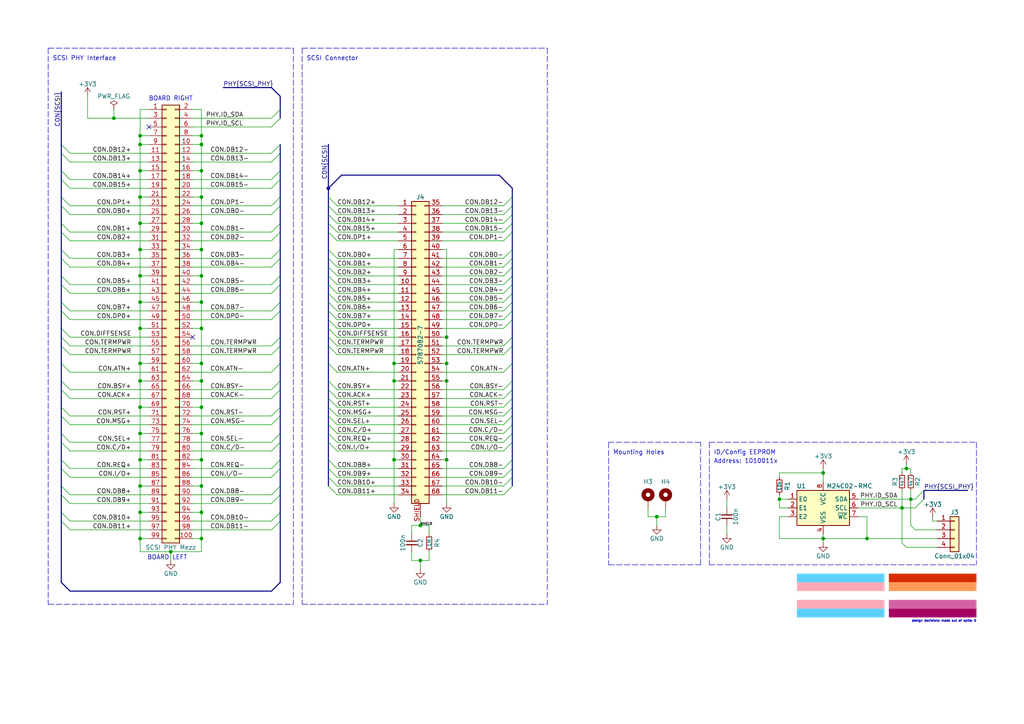
<source format=kicad_sch>
(kicad_sch (version 20231120) (generator "eeschema") (generator_version "8.0")
  (paper "A4")
  (title_block (title "Squishy -  SCSI HVD HD 68 Connector Module") (date "2024-09-17") (rev "1") (company "Shrine Maiden Heavy Industries") (comment 1 "License:  CERN-OHL-S") (comment 2 "© 2024 Aki 'lethalbit' Van Ness, et. al.") (comment 4 "Squishy - SCSI Multitool"))
  (bus_alias "SCSI" (members "DB0+" "DB0-" "DB1+" "DB1-" "DB2+" "DB2-" "DB3+" "DB3-" "DB4+" "DB4-" "DB5+" "DB5-" "DB6+" "DB6-" "DB7+" "DB7-" "DB8+" "DB8-" "DB9+" "DB9-" "DB10+" "DB10-" "DB11+" "DB11-" "DB12+" "DB12-" "DB13+" "DB13-" "DB14+" "DB14-" "DB15+" "DB15-" "DP0+" "DP0-" "DP1+" "DP1-" "ATN+" "ATN-" "BSY+" "BSY-" "ACK+" "ACK-" "RST+" "RST-" "MSG+" "MSG-" "SEL+" "SEL-" "C/D+" "C/D-" "REQ+" "REQ-" "I/O+" "I/O-" "DIFFSENSE" "TERMPWR"))
  (bus_alias "SCSI_PHY" (members "DB[0..15]" "DP[0..1]" "ATN" "BSY" "ACK" "RST" "MSG" "SEL" "C/D" "REQ" "I/O" "ID_SDA" "ID_SCL" "~{PHY_PRSNT}" "TERMPW_EN" "LS_CTRL[0..5]" "DBL_DIR" "DBH_DIR" "INIT_DIR" "TRGT_DIR" "SEL_DIR" "RST_DIR" "BSY_DIR"))
  (junction (at 40.64 87.63))
  (junction (at 40.64 41.91))
  (junction (at 226.06 144.78))
  (junction (at 40.64 133.35))
  (junction (at 58.42 80.01))
  (junction (at 238.76 137.16))
  (junction (at 58.42 64.77))
  (junction (at 121.92 152.4))
  (junction (at 114.3 105.41))
  (junction (at 58.42 118.11))
  (junction (at 40.64 110.49))
  (junction (at 40.64 148.59))
  (junction (at 58.42 41.91))
  (junction (at 58.42 133.35))
  (junction (at 40.64 95.25))
  (junction (at 190.5 149.86))
  (junction (at 261.62 147.32))
  (junction (at 58.42 125.73))
  (junction (at 40.64 64.77))
  (junction (at 58.42 87.63))
  (junction (at 40.64 39.37))
  (junction (at 95.25 54.61))
  (junction (at 40.64 156.21))
  (junction (at 114.3 133.35))
  (junction (at 121.92 162.56))
  (junction (at 58.42 140.97))
  (junction (at 58.42 49.53))
  (junction (at 262.89 135.89))
  (junction (at 58.42 72.39))
  (junction (at 264.16 144.78))
  (junction (at 40.64 140.97))
  (junction (at 40.64 72.39))
  (junction (at 129.54 105.41))
  (junction (at 58.42 39.37))
  (junction (at 58.42 110.49))
  (junction (at 40.64 118.11))
  (junction (at 129.54 133.35))
  (junction (at 40.64 57.15))
  (junction (at 251.46 156.21))
  (junction (at 129.54 97.79))
  (junction (at 58.42 105.41))
  (junction (at 238.76 156.21))
  (junction (at 114.3 110.49))
  (junction (at 58.42 57.15))
  (junction (at 58.42 148.59))
  (junction (at 49.53 160.02))
  (junction (at 40.64 80.01))
  (junction (at 129.54 110.49))
  (junction (at 40.64 125.73))
  (junction (at 58.42 156.21))
  (junction (at 33.02 34.29))
  (junction (at 58.42 95.25))
  (junction (at 40.64 49.53))
  (junction (at 40.64 105.41))
  (no_connect (at 55.88 97.79))
  (no_connect (at 43.18 36.83))
  (bus_entry (at 148.59 67.31) (size -2.54 2.54))
  (bus_entry (at 17.78 44.45) (size 2.54 2.54))
  (bus_entry (at 81.28 82.55) (size -2.54 2.54))
  (bus_entry (at 95.25 125.73) (size 2.54 2.54))
  (bus_entry (at 17.78 135.89) (size 2.54 2.54))
  (bus_entry (at 81.28 80.01) (size -2.54 2.54))
  (bus_entry (at 95.25 113.03) (size 2.54 2.54))
  (bus_entry (at 148.59 77.47) (size -2.54 2.54))
  (bus_entry (at 17.78 74.93) (size 2.54 2.54))
  (bus_entry (at 95.25 115.57) (size 2.54 2.54))
  (bus_entry (at 95.25 67.31) (size 2.54 2.54))
  (bus_entry (at 81.28 100.33) (size -2.54 2.54))
  (bus_entry (at 148.59 110.49) (size -2.54 2.54))
  (bus_entry (at 148.59 133.35) (size -2.54 2.54))
  (bus_entry (at 81.28 64.77) (size -2.54 2.54))
  (bus_entry (at 81.28 135.89) (size -2.54 2.54))
  (bus_entry (at 148.59 115.57) (size -2.54 2.54))
  (bus_entry (at 17.78 95.25) (size 2.54 2.54))
  (bus_entry (at 95.25 133.35) (size 2.54 2.54))
  (bus_entry (at 148.59 113.03) (size -2.54 2.54))
  (bus_entry (at 267.97 144.78) (size -2.54 2.54))
  (bus_entry (at 81.28 97.79) (size -2.54 2.54))
  (bus_entry (at 148.59 85.09) (size -2.54 2.54))
  (bus_entry (at 95.25 97.79) (size 2.54 2.54))
  (bus_entry (at 81.28 128.27) (size -2.54 2.54))
  (bus_entry (at 81.28 118.11) (size -2.54 2.54))
  (bus_entry (at 17.78 125.73) (size 2.54 2.54))
  (bus_entry (at 81.28 110.49) (size -2.54 2.54))
  (bus_entry (at 95.25 85.09) (size 2.54 2.54))
  (bus_entry (at 81.28 143.51) (size -2.54 2.54))
  (bus_entry (at 17.78 140.97) (size 2.54 2.54))
  (bus_entry (at 17.78 49.53) (size 2.54 2.54))
  (bus_entry (at 95.25 120.65) (size 2.54 2.54))
  (bus_entry (at 81.28 125.73) (size -2.54 2.54))
  (bus_entry (at 148.59 59.69) (size -2.54 2.54))
  (bus_entry (at 17.78 118.11) (size 2.54 2.54))
  (bus_entry (at 17.78 64.77) (size 2.54 2.54))
  (bus_entry (at 95.25 87.63) (size 2.54 2.54))
  (bus_entry (at 148.59 87.63) (size -2.54 2.54))
  (bus_entry (at 81.28 52.07) (size -2.54 2.54))
  (bus_entry (at 95.25 57.15) (size 2.54 2.54))
  (bus_entry (at 81.28 74.93) (size -2.54 2.54))
  (bus_entry (at 148.59 82.55) (size -2.54 2.54))
  (bus_entry (at 81.28 90.17) (size -2.54 2.54))
  (bus_entry (at 17.78 87.63) (size 2.54 2.54))
  (bus_entry (at 81.28 87.63) (size -2.54 2.54))
  (bus_entry (at 17.78 82.55) (size 2.54 2.54))
  (bus_entry (at 148.59 118.11) (size -2.54 2.54))
  (bus_entry (at 17.78 148.59) (size 2.54 2.54))
  (bus_entry (at 17.78 57.15) (size 2.54 2.54))
  (bus_entry (at 95.25 72.39) (size 2.54 2.54))
  (bus_entry (at 17.78 59.69) (size 2.54 2.54))
  (bus_entry (at 95.25 59.69) (size 2.54 2.54))
  (bus_entry (at 81.28 44.45) (size -2.54 2.54))
  (bus_entry (at 148.59 125.73) (size -2.54 2.54))
  (bus_entry (at 148.59 100.33) (size -2.54 2.54))
  (bus_entry (at 267.97 142.24) (size -2.54 2.54))
  (bus_entry (at 17.78 90.17) (size 2.54 2.54))
  (bus_entry (at 95.25 123.19) (size 2.54 2.54))
  (bus_entry (at 95.25 80.01) (size 2.54 2.54))
  (bus_entry (at 81.28 59.69) (size -2.54 2.54))
  (bus_entry (at 95.25 135.89) (size 2.54 2.54))
  (bus_entry (at 95.25 110.49) (size 2.54 2.54))
  (bus_entry (at 17.78 113.03) (size 2.54 2.54))
  (bus_entry (at 95.25 64.77) (size 2.54 2.54))
  (bus_entry (at 148.59 128.27) (size -2.54 2.54))
  (bus_entry (at 148.59 64.77) (size -2.54 2.54))
  (bus_entry (at 17.78 105.41) (size 2.54 2.54))
  (bus_entry (at 81.28 113.03) (size -2.54 2.54))
  (bus_entry (at 17.78 52.07) (size 2.54 2.54))
  (bus_entry (at 17.78 110.49) (size 2.54 2.54))
  (bus_entry (at 17.78 72.39) (size 2.54 2.54))
  (bus_entry (at 95.25 105.41) (size 2.54 2.54))
  (bus_entry (at 95.25 118.11) (size 2.54 2.54))
  (bus_entry (at 148.59 105.41) (size -2.54 2.54))
  (bus_entry (at 81.28 120.65) (size -2.54 2.54))
  (bus_entry (at 148.59 74.93) (size -2.54 2.54))
  (bus_entry (at 81.28 34.29) (size -2.54 2.54))
  (bus_entry (at 81.28 57.15) (size -2.54 2.54))
  (bus_entry (at 17.78 80.01) (size 2.54 2.54))
  (bus_entry (at 17.78 41.91) (size 2.54 2.54))
  (bus_entry (at 95.25 74.93) (size 2.54 2.54))
  (bus_entry (at 81.28 41.91) (size -2.54 2.54))
  (bus_entry (at 17.78 151.13) (size 2.54 2.54))
  (bus_entry (at 95.25 138.43) (size 2.54 2.54))
  (bus_entry (at 95.25 77.47) (size 2.54 2.54))
  (bus_entry (at 148.59 80.01) (size -2.54 2.54))
  (bus_entry (at 95.25 82.55) (size 2.54 2.54))
  (bus_entry (at 81.28 31.75) (size -2.54 2.54))
  (bus_entry (at 81.28 151.13) (size -2.54 2.54))
  (bus_entry (at 81.28 72.39) (size -2.54 2.54))
  (bus_entry (at 81.28 148.59) (size -2.54 2.54))
  (bus_entry (at 17.78 97.79) (size 2.54 2.54))
  (bus_entry (at 17.78 100.33) (size 2.54 2.54))
  (bus_entry (at 81.28 49.53) (size -2.54 2.54))
  (bus_entry (at 148.59 138.43) (size -2.54 2.54))
  (bus_entry (at 148.59 57.15) (size -2.54 2.54))
  (bus_entry (at 148.59 92.71) (size -2.54 2.54))
  (bus_entry (at 95.25 92.71) (size 2.54 2.54))
  (bus_entry (at 148.59 72.39) (size -2.54 2.54))
  (bus_entry (at 148.59 120.65) (size -2.54 2.54))
  (bus_entry (at 17.78 120.65) (size 2.54 2.54))
  (bus_entry (at 148.59 123.19) (size -2.54 2.54))
  (bus_entry (at 95.25 100.33) (size 2.54 2.54))
  (bus_entry (at 95.25 95.25) (size 2.54 2.54))
  (bus_entry (at 17.78 67.31) (size 2.54 2.54))
  (bus_entry (at 17.78 128.27) (size 2.54 2.54))
  (bus_entry (at 17.78 133.35) (size 2.54 2.54))
  (bus_entry (at 95.25 128.27) (size 2.54 2.54))
  (bus_entry (at 95.25 90.17) (size 2.54 2.54))
  (bus_entry (at 81.28 105.41) (size -2.54 2.54))
  (bus_entry (at 81.28 67.31) (size -2.54 2.54))
  (bus_entry (at 148.59 97.79) (size -2.54 2.54))
  (bus_entry (at 81.28 140.97) (size -2.54 2.54))
  (bus_entry (at 148.59 135.89) (size -2.54 2.54))
  (bus_entry (at 17.78 143.51) (size 2.54 2.54))
  (bus_entry (at 148.59 140.97) (size -2.54 2.54))
  (bus_entry (at 95.25 62.23) (size 2.54 2.54))
  (bus_entry (at 148.59 62.23) (size -2.54 2.54))
  (bus_entry (at 95.25 140.97) (size 2.54 2.54))
  (bus_entry (at 148.59 90.17) (size -2.54 2.54))
  (bus_entry (at 81.28 133.35) (size -2.54 2.54))
  (bus (pts (xy 95.25 138.43) (xy 95.25 140.97)))
  (bus (pts (xy 148.59 113.03) (xy 148.59 115.57)))
  (wire (pts (xy 114.3 133.35) (xy 115.57 133.35)))
  (wire (pts (xy 97.79 97.79) (xy 115.57 97.79)))
  (wire (pts (xy 114.3 105.41) (xy 115.57 105.41)))
  (bus (pts (xy 95.25 41.91) (xy 95.25 54.61)))
  (wire (pts (xy 20.32 92.71) (xy 43.18 92.71)))
  (wire (pts (xy 20.32 67.31) (xy 43.18 67.31)))
  (wire (pts (xy 124.46 152.4) (xy 124.46 154.94)))
  (wire (pts (xy 129.54 133.35) (xy 129.54 146.05)))
  (wire (pts (xy 20.32 146.05) (xy 43.18 146.05)))
  (wire (pts (xy 55.88 156.21) (xy 58.42 156.21)))
  (wire (pts (xy 20.32 97.79) (xy 43.18 97.79)))
  (wire (pts (xy 55.88 31.75) (xy 58.42 31.75)))
  (wire (pts (xy 78.74 115.57) (xy 55.88 115.57)))
  (wire (pts (xy 78.74 102.87) (xy 55.88 102.87)))
  (bus (pts (xy 148.59 115.57) (xy 148.59 118.11)))
  (polyline (pts (xy 158.75 13.97) (xy 158.75 175.26)) (stroke (width 0) (type dash)))
  (wire (pts (xy 55.88 57.15) (xy 58.42 57.15)))
  (bus (pts (xy 81.28 120.65) (xy 81.28 125.73)))
  (wire (pts (xy 146.05 67.31) (xy 128.27 67.31)))
  (wire (pts (xy 129.54 72.39) (xy 129.54 97.79)))
  (wire (pts (xy 20.32 123.19) (xy 43.18 123.19)))
  (bus (pts (xy 95.25 125.73) (xy 95.25 128.27)))
  (wire (pts (xy 58.42 87.63) (xy 58.42 95.25)))
  (polyline (pts (xy 87.63 13.97) (xy 87.63 175.26)) (stroke (width 0) (type dash)))
  (bus (pts (xy 81.28 82.55) (xy 81.28 87.63)))
  (wire (pts (xy 78.74 74.93) (xy 55.88 74.93)))
  (bus (pts (xy 148.59 105.41) (xy 148.59 110.49)))
  (polyline (pts (xy 176.53 128.27) (xy 176.53 163.83)) (stroke (width 0) (type dash)))
  (bus (pts (xy 17.78 95.25) (xy 17.78 97.79)))
  (wire (pts (xy 226.06 143.51) (xy 226.06 144.78)))
  (wire (pts (xy 97.79 115.57) (xy 115.57 115.57)))
  (wire (pts (xy 129.54 97.79) (xy 129.54 105.41)))
  (bus (pts (xy 144.78 50.8) (xy 148.59 54.61)))
  (bus (pts (xy 148.59 123.19) (xy 148.59 125.73)))
  (bus (pts (xy 81.28 97.79) (xy 81.28 100.33)))
  (bus (pts (xy 95.25 133.35) (xy 95.25 135.89)))
  (wire (pts (xy 20.32 62.23) (xy 43.18 62.23)))
  (wire (pts (xy 146.05 62.23) (xy 128.27 62.23)))
  (wire (pts (xy 121.92 162.56) (xy 124.46 162.56)))
  (wire (pts (xy 97.79 120.65) (xy 115.57 120.65)))
  (wire (pts (xy 251.46 149.86) (xy 251.46 156.21)))
  (wire (pts (xy 264.16 142.24) (xy 264.16 144.78)))
  (wire (pts (xy 55.88 110.49) (xy 58.42 110.49)))
  (wire (pts (xy 49.53 160.02) (xy 49.53 162.56)))
  (bus (pts (xy 95.25 135.89) (xy 95.25 138.43)))
  (wire (pts (xy 55.88 41.91) (xy 58.42 41.91)))
  (wire (pts (xy 78.74 113.03) (xy 55.88 113.03)))
  (wire (pts (xy 78.74 153.67) (xy 55.88 153.67)))
  (wire (pts (xy 78.74 62.23) (xy 55.88 62.23)))
  (wire (pts (xy 97.79 135.89) (xy 115.57 135.89)))
  (bus (pts (xy 148.59 133.35) (xy 148.59 135.89)))
  (wire (pts (xy 146.05 135.89) (xy 128.27 135.89)))
  (wire (pts (xy 25.4 27.94) (xy 25.4 34.29)))
  (wire (pts (xy 43.18 57.15) (xy 40.64 57.15)))
  (wire (pts (xy 114.3 133.35) (xy 114.3 146.05)))
  (bus (pts (xy 81.28 100.33) (xy 81.28 105.41)))
  (bus (pts (xy 20.32 171.45) (xy 78.74 171.45)))
  (bus (pts (xy 148.59 128.27) (xy 148.59 133.35)))
  (bus (pts (xy 95.25 115.57) (xy 95.25 118.11)))
  (bus (pts (xy 17.78 133.35) (xy 17.78 135.89)))
  (wire (pts (xy 33.02 34.29) (xy 43.18 34.29)))
  (bus (pts (xy 81.28 118.11) (xy 81.28 120.65)))
  (wire (pts (xy 40.64 64.77) (xy 40.64 72.39)))
  (wire (pts (xy 270.51 151.13) (xy 271.78 151.13)))
  (bus (pts (xy 95.25 62.23) (xy 95.25 64.77)))
  (wire (pts (xy 270.51 149.86) (xy 270.51 151.13)))
  (wire (pts (xy 20.32 69.85) (xy 43.18 69.85)))
  (wire (pts (xy 58.42 41.91) (xy 58.42 49.53)))
  (bus (pts (xy 95.25 100.33) (xy 95.25 105.41)))
  (wire (pts (xy 78.74 67.31) (xy 55.88 67.31)))
  (bus (pts (xy 17.78 120.65) (xy 17.78 125.73)))
  (bus (pts (xy 81.28 128.27) (xy 81.28 133.35)))
  (wire (pts (xy 40.64 49.53) (xy 40.64 57.15)))
  (bus (pts (xy 81.28 64.77) (xy 81.28 67.31)))
  (bus (pts (xy 95.25 128.27) (xy 95.25 133.35)))
  (wire (pts (xy 265.43 153.67) (xy 264.16 152.4)))
  (wire (pts (xy 40.64 160.02) (xy 49.53 160.02)))
  (wire (pts (xy 20.32 77.47) (xy 43.18 77.47)))
  (wire (pts (xy 40.64 72.39) (xy 40.64 80.01)))
  (wire (pts (xy 97.79 107.95) (xy 115.57 107.95)))
  (bus (pts (xy 81.28 59.69) (xy 81.28 64.77)))
  (bus (pts (xy 81.28 49.53) (xy 81.28 52.07)))
  (wire (pts (xy 25.4 34.29) (xy 33.02 34.29)))
  (wire (pts (xy 58.42 80.01) (xy 58.42 87.63)))
  (bus (pts (xy 148.59 87.63) (xy 148.59 90.17)))
  (wire (pts (xy 43.18 95.25) (xy 40.64 95.25)))
  (bus (pts (xy 95.25 90.17) (xy 95.25 92.71)))
  (wire (pts (xy 121.92 149.86) (xy 121.92 152.4)))
  (bus (pts (xy 148.59 92.71) (xy 148.59 97.79)))
  (bus (pts (xy 17.78 105.41) (xy 17.78 110.49)))
  (bus (pts (xy 81.28 27.94) (xy 81.28 31.75)))
  (wire (pts (xy 226.06 149.86) (xy 226.06 156.21)))
  (wire (pts (xy 78.74 77.47) (xy 55.88 77.47)))
  (wire (pts (xy 78.74 85.09) (xy 55.88 85.09)))
  (wire (pts (xy 40.64 41.91) (xy 40.64 49.53)))
  (bus (pts (xy 17.78 118.11) (xy 17.78 120.65)))
  (wire (pts (xy 128.27 110.49) (xy 129.54 110.49)))
  (bus (pts (xy 148.59 57.15) (xy 148.59 59.69)))
  (wire (pts (xy 78.74 90.17) (xy 55.88 90.17)))
  (wire (pts (xy 33.02 31.75) (xy 33.02 34.29)))
  (bus (pts (xy 17.78 110.49) (xy 17.78 113.03)))
  (wire (pts (xy 262.89 135.89) (xy 264.16 135.89)))
  (wire (pts (xy 55.88 87.63) (xy 58.42 87.63)))
  (wire (pts (xy 55.88 125.73) (xy 58.42 125.73)))
  (bus (pts (xy 148.59 100.33) (xy 148.59 105.41)))
  (bus (pts (xy 95.25 92.71) (xy 95.25 95.25)))
  (bus (pts (xy 81.28 31.75) (xy 81.28 34.29)))
  (wire (pts (xy 187.96 147.32) (xy 187.96 149.86)))
  (wire (pts (xy 226.06 144.78) (xy 228.6 144.78)))
  (bus (pts (xy 95.25 72.39) (xy 95.25 74.93)))
  (wire (pts (xy 55.88 72.39) (xy 58.42 72.39)))
  (bus (pts (xy 95.25 80.01) (xy 95.25 82.55)))
  (bus (pts (xy 267.97 142.24) (xy 280.67 142.24)))
  (wire (pts (xy 262.89 134.62) (xy 262.89 135.89)))
  (wire (pts (xy 58.42 49.53) (xy 58.42 57.15)))
  (wire (pts (xy 251.46 156.21) (xy 271.78 156.21)))
  (wire (pts (xy 43.18 64.77) (xy 40.64 64.77)))
  (bus (pts (xy 17.78 135.89) (xy 17.78 140.97)))
  (wire (pts (xy 271.78 153.67) (xy 265.43 153.67)))
  (wire (pts (xy 97.79 102.87) (xy 115.57 102.87)))
  (wire (pts (xy 78.74 120.65) (xy 55.88 120.65)))
  (bus (pts (xy 148.59 125.73) (xy 148.59 128.27)))
  (wire (pts (xy 58.42 95.25) (xy 58.42 105.41)))
  (polyline (pts (xy 13.97 13.97) (xy 13.97 175.26)) (stroke (width 0) (type dash)))
  (wire (pts (xy 43.18 110.49) (xy 40.64 110.49)))
  (wire (pts (xy 78.74 128.27) (xy 55.88 128.27)))
  (bus (pts (xy 148.59 59.69) (xy 148.59 62.23)))
  (wire (pts (xy 97.79 140.97) (xy 115.57 140.97)))
  (wire (pts (xy 97.79 59.69) (xy 115.57 59.69)))
  (bus (pts (xy 148.59 97.79) (xy 148.59 100.33)))
  (bus (pts (xy 81.28 80.01) (xy 81.28 82.55)))
  (wire (pts (xy 58.42 156.21) (xy 58.42 160.02)))
  (wire (pts (xy 129.54 105.41) (xy 129.54 110.49)))
  (polyline (pts (xy 85.09 13.97) (xy 85.09 175.26)) (stroke (width 0) (type dash)))
  (bus (pts (xy 17.78 49.53) (xy 17.78 52.07)))
  (wire (pts (xy 55.88 118.11) (xy 58.42 118.11)))
  (wire (pts (xy 78.74 46.99) (xy 55.88 46.99)))
  (wire (pts (xy 40.64 110.49) (xy 40.64 118.11)))
  (wire (pts (xy 20.32 128.27) (xy 43.18 128.27)))
  (wire (pts (xy 55.88 36.83) (xy 78.74 36.83)))
  (wire (pts (xy 146.05 107.95) (xy 128.27 107.95)))
  (wire (pts (xy 20.32 113.03) (xy 43.18 113.03)))
  (bus (pts (xy 148.59 85.09) (xy 148.59 87.63)))
  (wire (pts (xy 55.88 105.41) (xy 58.42 105.41)))
  (wire (pts (xy 55.88 39.37) (xy 58.42 39.37)))
  (wire (pts (xy 40.64 133.35) (xy 40.64 140.97)))
  (wire (pts (xy 55.88 80.01) (xy 58.42 80.01)))
  (wire (pts (xy 20.32 85.09) (xy 43.18 85.09)))
  (wire (pts (xy 261.62 147.32) (xy 265.43 147.32)))
  (wire (pts (xy 119.38 162.56) (xy 121.92 162.56)))
  (wire (pts (xy 58.42 140.97) (xy 58.42 148.59)))
  (bus (pts (xy 95.25 105.41) (xy 95.25 110.49)))
  (wire (pts (xy 43.18 72.39) (xy 40.64 72.39)))
  (wire (pts (xy 97.79 62.23) (xy 115.57 62.23)))
  (wire (pts (xy 40.64 31.75) (xy 40.64 39.37)))
  (bus (pts (xy 95.25 87.63) (xy 95.25 90.17)))
  (bus (pts (xy 81.28 67.31) (xy 81.28 72.39)))
  (bus (pts (xy 148.59 110.49) (xy 148.59 113.03)))
  (wire (pts (xy 97.79 125.73) (xy 115.57 125.73)))
  (wire (pts (xy 97.79 85.09) (xy 115.57 85.09)))
  (polyline (pts (xy 203.2 163.83) (xy 203.2 128.27)) (stroke (width 0) (type dash)))
  (bus (pts (xy 95.25 59.69) (xy 95.25 62.23)))
  (wire (pts (xy 97.79 138.43) (xy 115.57 138.43)))
  (bus (pts (xy 95.25 118.11) (xy 95.25 120.65)))
  (wire (pts (xy 43.18 125.73) (xy 40.64 125.73)))
  (wire (pts (xy 146.05 120.65) (xy 128.27 120.65)))
  (wire (pts (xy 114.3 110.49) (xy 114.3 133.35)))
  (wire (pts (xy 146.05 59.69) (xy 128.27 59.69)))
  (bus (pts (xy 148.59 72.39) (xy 148.59 74.93)))
  (wire (pts (xy 146.05 125.73) (xy 128.27 125.73)))
  (wire (pts (xy 114.3 72.39) (xy 115.57 72.39)))
  (wire (pts (xy 55.88 133.35) (xy 58.42 133.35)))
  (bus (pts (xy 17.78 140.97) (xy 17.78 143.51)))
  (bus (pts (xy 17.78 148.59) (xy 17.78 151.13)))
  (bus (pts (xy 81.28 135.89) (xy 81.28 140.97)))
  (wire (pts (xy 20.32 120.65) (xy 43.18 120.65)))
  (wire (pts (xy 146.05 140.97) (xy 128.27 140.97)))
  (wire (pts (xy 55.88 148.59) (xy 58.42 148.59)))
  (wire (pts (xy 210.82 152.4) (xy 210.82 154.94)))
  (polyline (pts (xy 205.74 163.83) (xy 283.21 163.83)) (stroke (width 0) (type dash)))
  (polyline (pts (xy 13.97 175.26) (xy 85.09 175.26)) (stroke (width 0) (type dash)))
  (wire (pts (xy 97.79 82.55) (xy 115.57 82.55)))
  (bus (pts (xy 17.78 168.91) (xy 20.32 171.45)))
  (polyline (pts (xy 176.53 163.83) (xy 203.2 163.83)) (stroke (width 0) (type dash)))
  (polyline (pts (xy 13.97 13.97) (xy 85.09 13.97)) (stroke (width 0) (type dash)))
  (wire (pts (xy 20.32 153.67) (xy 43.18 153.67)))
  (bus (pts (xy 148.59 64.77) (xy 148.59 67.31)))
  (bus (pts (xy 17.78 64.77) (xy 17.78 67.31)))
  (wire (pts (xy 128.27 97.79) (xy 129.54 97.79)))
  (polyline (pts (xy 205.74 128.27) (xy 283.21 128.27)) (stroke (width 0) (type dash)))
  (wire (pts (xy 43.18 80.01) (xy 40.64 80.01)))
  (wire (pts (xy 20.32 135.89) (xy 43.18 135.89)))
  (bus (pts (xy 148.59 118.11) (xy 148.59 120.65)))
  (wire (pts (xy 146.05 80.01) (xy 128.27 80.01)))
  (bus (pts (xy 95.25 54.61) (xy 99.06 50.8)))
  (wire (pts (xy 226.06 156.21) (xy 238.76 156.21)))
  (wire (pts (xy 78.74 138.43) (xy 55.88 138.43)))
  (bus (pts (xy 17.78 100.33) (xy 17.78 105.41)))
  (wire (pts (xy 129.54 110.49) (xy 129.54 133.35)))
  (bus (pts (xy 17.78 72.39) (xy 17.78 74.93)))
  (bus (pts (xy 95.25 64.77) (xy 95.25 67.31)))
  (wire (pts (xy 271.78 158.75) (xy 262.89 158.75)))
  (wire (pts (xy 261.62 135.89) (xy 261.62 137.16)))
  (wire (pts (xy 20.32 100.33) (xy 43.18 100.33)))
  (wire (pts (xy 146.05 90.17) (xy 128.27 90.17)))
  (bus (pts (xy 81.28 72.39) (xy 81.28 74.93)))
  (bus (pts (xy 17.78 82.55) (xy 17.78 87.63)))
  (bus (pts (xy 17.78 44.45) (xy 17.78 49.53)))
  (bus (pts (xy 17.78 90.17) (xy 17.78 95.25)))
  (bus (pts (xy 17.78 52.07) (xy 17.78 57.15)))
  (bus (pts (xy 267.97 144.78) (xy 267.97 142.24)))
  (wire (pts (xy 146.05 69.85) (xy 128.27 69.85)))
  (wire (pts (xy 146.05 102.87) (xy 128.27 102.87)))
  (bus (pts (xy 81.28 87.63) (xy 81.28 90.17)))
  (wire (pts (xy 55.88 34.29) (xy 78.74 34.29)))
  (bus (pts (xy 17.78 97.79) (xy 17.78 100.33)))
  (wire (pts (xy 40.64 80.01) (xy 40.64 87.63)))
  (bus (pts (xy 81.28 41.91) (xy 81.28 44.45)))
  (bus (pts (xy 17.78 87.63) (xy 17.78 90.17)))
  (wire (pts (xy 97.79 92.71) (xy 115.57 92.71)))
  (bus (pts (xy 78.74 171.45) (xy 81.28 168.91)))
  (bus (pts (xy 148.59 77.47) (xy 148.59 80.01)))
  (bus (pts (xy 81.28 57.15) (xy 81.28 59.69)))
  (bus (pts (xy 17.78 113.03) (xy 17.78 118.11)))
  (wire (pts (xy 78.74 92.71) (xy 55.88 92.71)))
  (wire (pts (xy 58.42 57.15) (xy 58.42 64.77)))
  (wire (pts (xy 55.88 140.97) (xy 58.42 140.97)))
  (wire (pts (xy 128.27 72.39) (xy 129.54 72.39)))
  (bus (pts (xy 95.25 110.49) (xy 95.25 113.03)))
  (bus (pts (xy 148.59 138.43) (xy 148.59 140.97)))
  (bus (pts (xy 78.74 25.4) (xy 81.28 27.94)))
  (wire (pts (xy 146.05 85.09) (xy 128.27 85.09)))
  (bus (pts (xy 95.25 85.09) (xy 95.25 87.63)))
  (wire (pts (xy 58.42 31.75) (xy 58.42 39.37)))
  (bus (pts (xy 81.28 90.17) (xy 81.28 97.79)))
  (wire (pts (xy 20.32 138.43) (xy 43.18 138.43)))
  (wire (pts (xy 146.05 138.43) (xy 128.27 138.43)))
  (wire (pts (xy 20.32 82.55) (xy 43.18 82.55)))
  (wire (pts (xy 58.42 118.11) (xy 58.42 125.73)))
  (wire (pts (xy 40.64 118.11) (xy 40.64 125.73)))
  (wire (pts (xy 114.3 110.49) (xy 115.57 110.49)))
  (wire (pts (xy 40.64 156.21) (xy 40.64 160.02)))
  (wire (pts (xy 238.76 154.94) (xy 238.76 156.21)))
  (wire (pts (xy 20.32 115.57) (xy 43.18 115.57)))
  (wire (pts (xy 55.88 95.25) (xy 58.42 95.25)))
  (wire (pts (xy 146.05 118.11) (xy 128.27 118.11)))
  (wire (pts (xy 124.46 152.4) (xy 121.92 152.4)))
  (bus (pts (xy 17.78 41.91) (xy 17.78 44.45)))
  (wire (pts (xy 264.16 144.78) (xy 264.16 152.4)))
  (bus (pts (xy 95.25 67.31) (xy 95.25 72.39)))
  (wire (pts (xy 121.92 152.4) (xy 119.38 152.4)))
  (wire (pts (xy 121.92 162.56) (xy 121.92 165.1)))
  (bus (pts (xy 95.25 123.19) (xy 95.25 125.73)))
  (wire (pts (xy 78.74 59.69) (xy 55.88 59.69)))
  (wire (pts (xy 264.16 135.89) (xy 264.16 137.16)))
  (wire (pts (xy 78.74 146.05) (xy 55.88 146.05)))
  (wire (pts (xy 78.74 130.81) (xy 55.88 130.81)))
  (bus (pts (xy 95.25 120.65) (xy 95.25 123.19)))
  (wire (pts (xy 78.74 151.13) (xy 55.88 151.13)))
  (bus (pts (xy 81.28 125.73) (xy 81.28 128.27)))
  (wire (pts (xy 40.64 148.59) (xy 40.64 156.21)))
  (wire (pts (xy 146.05 82.55) (xy 128.27 82.55)))
  (wire (pts (xy 193.04 147.32) (xy 193.04 149.86)))
  (wire (pts (xy 146.05 64.77) (xy 128.27 64.77)))
  (wire (pts (xy 58.42 148.59) (xy 58.42 156.21)))
  (wire (pts (xy 226.06 137.16) (xy 226.06 138.43)))
  (wire (pts (xy 43.18 87.63) (xy 40.64 87.63)))
  (wire (pts (xy 146.05 113.03) (xy 128.27 113.03)))
  (wire (pts (xy 238.76 135.89) (xy 238.76 137.16)))
  (wire (pts (xy 40.64 140.97) (xy 40.64 148.59)))
  (wire (pts (xy 78.74 69.85) (xy 55.88 69.85)))
  (wire (pts (xy 20.32 54.61) (xy 43.18 54.61)))
  (bus (pts (xy 81.28 110.49) (xy 81.28 113.03)))
  (wire (pts (xy 146.05 130.81) (xy 128.27 130.81)))
  (wire (pts (xy 128.27 133.35) (xy 129.54 133.35)))
  (wire (pts (xy 190.5 149.86) (xy 193.04 149.86)))
  (wire (pts (xy 58.42 39.37) (xy 58.42 41.91)))
  (wire (pts (xy 248.92 147.32) (xy 261.62 147.32)))
  (wire (pts (xy 78.74 123.19) (xy 55.88 123.19)))
  (wire (pts (xy 146.05 143.51) (xy 128.27 143.51)))
  (bus (pts (xy 81.28 151.13) (xy 81.28 168.91)))
  (wire (pts (xy 20.32 90.17) (xy 43.18 90.17)))
  (wire (pts (xy 20.32 74.93) (xy 43.18 74.93)))
  (wire (pts (xy 43.18 31.75) (xy 40.64 31.75)))
  (wire (pts (xy 146.05 128.27) (xy 128.27 128.27)))
  (wire (pts (xy 261.62 142.24) (xy 261.62 147.32)))
  (wire (pts (xy 58.42 72.39) (xy 58.42 80.01)))
  (wire (pts (xy 97.79 77.47) (xy 115.57 77.47)))
  (bus (pts (xy 148.59 67.31) (xy 148.59 72.39)))
  (wire (pts (xy 40.64 105.41) (xy 43.18 105.41)))
  (wire (pts (xy 78.74 143.51) (xy 55.88 143.51)))
  (wire (pts (xy 190.5 149.86) (xy 190.5 152.4)))
  (wire (pts (xy 40.64 125.73) (xy 40.64 133.35)))
  (wire (pts (xy 40.64 156.21) (xy 43.18 156.21)))
  (bus (pts (xy 95.25 113.03) (xy 95.25 115.57)))
  (bus (pts (xy 17.78 125.73) (xy 17.78 128.27)))
  (bus (pts (xy 81.28 44.45) (xy 81.28 49.53)))
  (wire (pts (xy 146.05 92.71) (xy 128.27 92.71)))
  (wire (pts (xy 226.06 147.32) (xy 228.6 147.32)))
  (bus (pts (xy 17.78 57.15) (xy 17.78 59.69)))
  (wire (pts (xy 43.18 118.11) (xy 40.64 118.11)))
  (wire (pts (xy 262.89 158.75) (xy 261.62 157.48)))
  (wire (pts (xy 261.62 135.89) (xy 262.89 135.89)))
  (wire (pts (xy 146.05 115.57) (xy 128.27 115.57)))
  (bus (pts (xy 81.28 133.35) (xy 81.28 135.89)))
  (wire (pts (xy 78.74 44.45) (xy 55.88 44.45)))
  (wire (pts (xy 20.32 102.87) (xy 43.18 102.87)))
  (wire (pts (xy 226.06 149.86) (xy 228.6 149.86)))
  (wire (pts (xy 78.74 100.33) (xy 55.88 100.33)))
  (wire (pts (xy 97.79 80.01) (xy 115.57 80.01)))
  (wire (pts (xy 97.79 64.77) (xy 115.57 64.77)))
  (bus (pts (xy 148.59 120.65) (xy 148.59 123.19)))
  (bus (pts (xy 17.78 26.67) (xy 17.78 41.91)))
  (wire (pts (xy 20.32 46.99) (xy 43.18 46.99)))
  (wire (pts (xy 43.18 41.91) (xy 40.64 41.91)))
  (wire (pts (xy 97.79 113.03) (xy 115.57 113.03)))
  (bus (pts (xy 17.78 67.31) (xy 17.78 72.39)))
  (wire (pts (xy 20.32 143.51) (xy 43.18 143.51)))
  (bus (pts (xy 95.25 57.15) (xy 95.25 59.69)))
  (bus (pts (xy 95.25 77.47) (xy 95.25 80.01)))
  (polyline (pts (xy 87.63 175.26) (xy 158.75 175.26)) (stroke (width 0) (type dash)))
  (wire (pts (xy 238.76 156.21) (xy 251.46 156.21)))
  (wire (pts (xy 58.42 133.35) (xy 58.42 140.97)))
  (wire (pts (xy 238.76 156.21) (xy 238.76 157.48)))
  (wire (pts (xy 40.64 148.59) (xy 43.18 148.59)))
  (bus (pts (xy 148.59 62.23) (xy 148.59 64.77)))
  (wire (pts (xy 97.79 69.85) (xy 115.57 69.85)))
  (wire (pts (xy 97.79 100.33) (xy 115.57 100.33)))
  (bus (pts (xy 17.78 74.93) (xy 17.78 80.01)))
  (polyline (pts (xy 87.63 13.97) (xy 158.75 13.97)) (stroke (width 0) (type dash)))
  (bus (pts (xy 81.28 148.59) (xy 81.28 151.13)))
  (bus (pts (xy 17.78 151.13) (xy 17.78 168.91)))
  (wire (pts (xy 226.06 137.16) (xy 238.76 137.16)))
  (bus (pts (xy 81.28 52.07) (xy 81.28 57.15)))
  (wire (pts (xy 124.46 160.02) (xy 124.46 162.56)))
  (wire (pts (xy 40.64 105.41) (xy 40.64 110.49)))
  (polyline (pts (xy 205.74 128.27) (xy 205.74 163.83)) (stroke (width 0) (type dash)))
  (wire (pts (xy 119.38 160.02) (xy 119.38 162.56)))
  (wire (pts (xy 20.32 44.45) (xy 43.18 44.45)))
  (wire (pts (xy 40.64 39.37) (xy 40.64 41.91)))
  (wire (pts (xy 58.42 110.49) (xy 58.42 118.11)))
  (wire (pts (xy 114.3 72.39) (xy 114.3 105.41)))
  (wire (pts (xy 261.62 147.32) (xy 261.62 157.48)))
  (bus (pts (xy 17.78 80.01) (xy 17.78 82.55)))
  (bus (pts (xy 148.59 82.55) (xy 148.59 85.09)))
  (bus (pts (xy 148.59 135.89) (xy 148.59 138.43)))
  (bus (pts (xy 95.25 82.55) (xy 95.25 85.09)))
  (wire (pts (xy 264.16 144.78) (xy 265.43 144.78)))
  (wire (pts (xy 128.27 105.41) (xy 129.54 105.41)))
  (wire (pts (xy 97.79 74.93) (xy 115.57 74.93)))
  (wire (pts (xy 97.79 67.31) (xy 115.57 67.31)))
  (bus (pts (xy 148.59 90.17) (xy 148.59 92.71)))
  (polyline (pts (xy 283.21 128.27) (xy 283.21 163.83)) (stroke (width 0) (type dash)))
  (wire (pts (xy 58.42 64.77) (xy 58.42 72.39)))
  (wire (pts (xy 119.38 152.4) (xy 119.38 154.94)))
  (wire (pts (xy 97.79 123.19) (xy 115.57 123.19)))
  (bus (pts (xy 95.25 54.61) (xy 95.25 57.15)))
  (wire (pts (xy 55.88 49.53) (xy 58.42 49.53)))
  (wire (pts (xy 97.79 90.17) (xy 115.57 90.17)))
  (wire (pts (xy 40.64 95.25) (xy 40.64 105.41)))
  (wire (pts (xy 248.92 144.78) (xy 264.16 144.78)))
  (wire (pts (xy 43.18 49.53) (xy 40.64 49.53)))
  (wire (pts (xy 40.64 39.37) (xy 43.18 39.37)))
  (wire (pts (xy 78.74 107.95) (xy 55.88 107.95)))
  (wire (pts (xy 187.96 149.86) (xy 190.5 149.86)))
  (bus (pts (xy 148.59 80.01) (xy 148.59 82.55)))
  (wire (pts (xy 146.05 100.33) (xy 128.27 100.33)))
  (wire (pts (xy 226.06 144.78) (xy 226.06 147.32)))
  (wire (pts (xy 78.74 54.61) (xy 55.88 54.61)))
  (wire (pts (xy 146.05 87.63) (xy 128.27 87.63)))
  (bus (pts (xy 81.28 74.93) (xy 81.28 80.01)))
  (wire (pts (xy 20.32 59.69) (xy 43.18 59.69)))
  (wire (pts (xy 146.05 123.19) (xy 128.27 123.19)))
  (bus (pts (xy 81.28 140.97) (xy 81.28 143.51)))
  (wire (pts (xy 97.79 130.81) (xy 115.57 130.81)))
  (bus (pts (xy 95.25 95.25) (xy 95.25 97.79)))
  (wire (pts (xy 97.79 87.63) (xy 115.57 87.63)))
  (bus (pts (xy 148.59 74.93) (xy 148.59 77.47)))
  (bus (pts (xy 81.28 143.51) (xy 81.28 148.59)))
  (wire (pts (xy 43.18 133.35) (xy 40.64 133.35)))
  (wire (pts (xy 97.79 95.25) (xy 115.57 95.25)))
  (wire (pts (xy 20.32 107.95) (xy 43.18 107.95)))
  (bus (pts (xy 95.25 97.79) (xy 95.25 100.33)))
  (wire (pts (xy 20.32 52.07) (xy 43.18 52.07)))
  (bus (pts (xy 99.06 50.8) (xy 144.78 50.8)))
  (wire (pts (xy 97.79 128.27) (xy 115.57 128.27)))
  (wire (pts (xy 146.05 77.47) (xy 128.27 77.47)))
  (wire (pts (xy 146.05 95.25) (xy 128.27 95.25)))
  (wire (pts (xy 20.32 151.13) (xy 43.18 151.13)))
  (bus (pts (xy 64.77 25.4) (xy 78.74 25.4)))
  (wire (pts (xy 40.64 87.63) (xy 40.64 95.25)))
  (wire (pts (xy 248.92 149.86) (xy 251.46 149.86)))
  (wire (pts (xy 78.74 82.55) (xy 55.88 82.55)))
  (wire (pts (xy 97.79 143.51) (xy 115.57 143.51)))
  (wire (pts (xy 20.32 130.81) (xy 43.18 130.81)))
  (wire (pts (xy 43.18 140.97) (xy 40.64 140.97)))
  (wire (pts (xy 114.3 105.41) (xy 114.3 110.49)))
  (bus (pts (xy 17.78 143.51) (xy 17.78 148.59)))
  (bus (pts (xy 148.59 54.61) (xy 148.59 57.15)))
  (wire (pts (xy 40.64 57.15) (xy 40.64 64.77)))
  (wire (pts (xy 210.82 147.32) (xy 210.82 144.78)))
  (wire (pts (xy 78.74 135.89) (xy 55.88 135.89)))
  (bus (pts (xy 81.28 113.03) (xy 81.28 118.11)))
  (wire (pts (xy 97.79 118.11) (xy 115.57 118.11)))
  (bus (pts (xy 95.25 74.93) (xy 95.25 77.47)))
  (wire (pts (xy 58.42 125.73) (xy 58.42 133.35)))
  (wire (pts (xy 49.53 160.02) (xy 58.42 160.02)))
  (bus (pts (xy 17.78 128.27) (xy 17.78 133.35)))
  (wire (pts (xy 55.88 64.77) (xy 58.42 64.77)))
  (wire (pts (xy 238.76 137.16) (xy 238.76 139.7)))
  (wire (pts (xy 78.74 52.07) (xy 55.88 52.07)))
  (polyline (pts (xy 203.2 128.27) (xy 176.53 128.27)) (stroke (width 0) (type dash)))
  (bus (pts (xy 81.28 105.41) (xy 81.28 110.49)))
  (wire (pts (xy 58.42 105.41) (xy 58.42 110.49)))
  (bus (pts (xy 17.78 59.69) (xy 17.78 64.77)))
  (wire (pts (xy 146.05 74.93) (xy 128.27 74.93)))
  (text "Address: 1010011x" (at 207.01 133.858 0) (effects (font (size 1.27 1.27)) (justify left)))
  (text "Mounting Holes\n" (at 177.8 132.08 0) (effects (font (size 1.27 1.27)) (justify left bottom)))
  (text "BOARD RIGHT" (at 49.53 28.702 0) (effects (font (size 1.27 1.27))))
  (text "BOARD LEFT" (at 48.514 161.798 0) (effects (font (size 1.27 1.27))))
  (text "ID/Config EEPROM" (at 207.01 132.08 0) (effects (font (size 1.27 1.27)) (justify left bottom)))
  (text "SCSI PHY Interface" (at 15.24 17.78 0) (effects (font (size 1.27 1.27)) (justify left bottom)))
  (text "design decisions made out of spite: 0" (at 264.414 180.594 0) (effects (font (size 0.635 0.635)) (justify left bottom)))
  (text "SCSI Connector" (at 88.9 17.78 0) (effects (font (size 1.27 1.27)) (justify left bottom)))
  (label "CON.DP1-" (at 60.96 59.69 0))
  (label "CON.DB9-" (at 60.96 146.05 0))
  (label "CON.TERMPWR" (at 97.79 102.87 0))
  (label "CON.DB0-" (at 146.05 74.93 180))
  (label "CON.DB13-" (at 60.96 46.99 0))
  (label "CON.DB0+" (at 38.1 62.23 180))
  (label "CON.REQ-" (at 146.05 128.27 180))
  (label "CON.TERMPWR" (at 97.79 100.33 0))
  (label "CON.DB11-" (at 60.96 153.67 0))
  (label "CON.DIFFSENSE" (at 38.1 97.79 180))
  (label "CON.DB15+" (at 38.1 54.61 180))
  (label "CON.DB6+" (at 97.79 90.17 0))
  (label "CON.ATN-" (at 146.05 107.95 180))
  (label "CON.BSY+" (at 97.79 113.03 0))
  (label "CON.DB11+" (at 38.1 153.67 180))
  (label "CON.SEL-" (at 60.96 128.27 0))
  (label "CON.DB10-" (at 60.96 151.13 0))
  (label "CON.DB2-" (at 146.05 80.01 180))
  (label "CON.I{slash}O-" (at 60.96 138.43 0))
  (label "CON.DB14-" (at 146.05 64.77 180))
  (label "CON.DP0-" (at 146.05 95.25 180))
  (label "CON.DB3-" (at 60.96 74.93 0))
  (label "CON.REQ+" (at 38.1 135.89 180))
  (label "CON.ATN+" (at 38.1 107.95 180))
  (label "CON.DIFFSENSE" (at 97.79 97.79 0))
  (label "CON.DB13+" (at 97.79 62.23 0))
  (label "PHY{SCSI_PHY}" (at 64.77 25.4 0))
  (label "CON.BSY-" (at 60.96 113.03 0))
  (label "CON.BSY+" (at 38.1 113.03 180))
  (label "CON.DB12+" (at 97.79 59.69 0))
  (label "CON.DB2+" (at 97.79 80.01 0))
  (label "CON.DP0+" (at 97.79 95.25 0))
  (label "CON.ACK-" (at 60.96 115.57 0))
  (label "CON.DB14-" (at 60.96 52.07 0))
  (label "CON.DB4-" (at 60.96 77.47 0))
  (label "CON.REQ-" (at 60.96 135.89 0))
  (label "CON.DB10+" (at 38.1 151.13 180))
  (label "CON.ATN-" (at 60.96 107.95 0))
  (label "CON.DB4+" (at 97.79 85.09 0))
  (label "CON.DB3+" (at 97.79 82.55 0))
  (label "CON.DB5+" (at 97.79 87.63 0))
  (label "CON.DB4-" (at 146.05 85.09 180))
  (label "CON.TERMPWR" (at 146.05 102.87 180))
  (label "PHY{SCSI_PHY}" (at 267.97 142.24 0))
  (label "CON.TERMPWR" (at 146.05 100.33 180))
  (label "CON.DB2-" (at 60.96 69.85 0))
  (label "CON.DP0-" (at 60.96 92.71 0))
  (label "CON.MSG-" (at 60.96 123.19 0))
  (label "CON.DB15+" (at 97.79 67.31 0))
  (label "CON.DB12+" (at 38.1 44.45 180))
  (label "CON.DB5+" (at 38.1 82.55 180))
  (label "CON.ATN+" (at 97.79 107.95 0))
  (label "CON.DB15-" (at 60.96 54.61 0))
  (label "CON.DB8-" (at 60.96 143.51 0))
  (label "PHY.ID_SDA" (at 59.69 34.29 0))
  (label "CON.C{slash}D-" (at 146.05 125.73 180))
  (label "CON.RST+" (at 97.79 118.11 0))
  (label "SHIELD" (at 121.92 152.4 0) (effects (font (size 0.635 0.635))))
  (label "CON.DB13+" (at 38.1 46.99 180))
  (label "CON.DB8+" (at 97.79 135.89 0))
  (label "CON.RST-" (at 60.96 120.65 0))
  (label "CON.RST-" (at 146.05 118.11 180))
  (label "CON.DB8-" (at 146.05 135.89 180))
  (label "CON.MSG+" (at 97.79 120.65 0))
  (label "CON.DP1+" (at 97.79 69.85 0))
  (label "CON.DB3+" (at 38.1 74.93 180))
  (label "CON.DB4+" (at 38.1 77.47 180))
  (label "CON.MSG+" (at 38.1 123.19 180))
  (label "CON.DB12-" (at 146.05 59.69 180))
  (label "CON.DB12-" (at 60.96 44.45 0))
  (label "CON.DP1+" (at 38.1 59.69 180))
  (label "CON.ACK+" (at 38.1 115.57 180))
  (label "CON.DB8+" (at 38.1 143.51 180))
  (label "CON.DB13-" (at 146.05 62.23 180))
  (label "CON.DB5-" (at 146.05 87.63 180))
  (label "CON.DB14+" (at 97.79 64.77 0))
  (label "CON.SEL+" (at 97.79 123.19 0))
  (label "CON.C{slash}D+" (at 38.1 130.81 180))
  (label "CON.REQ+" (at 97.79 128.27 0))
  (label "CON.TERMPWR" (at 38.1 100.33 180))
  (label "CON.C{slash}D-" (at 60.96 130.81 0))
  (label "CON.DB6-" (at 60.96 85.09 0))
  (label "CON.ACK-" (at 146.05 115.57 180))
  (label "CON.DB1-" (at 146.05 77.47 180))
  (label "PHY.ID_SCL" (at 59.69 36.83 0))
  (label "CON.DB7-" (at 146.05 92.71 180))
  (label "CON.BSY-" (at 146.05 113.03 180))
  (label "CON.ACK+" (at 97.79 115.57 0))
  (label "CON.MSG-" (at 146.05 120.65 180))
  (label "CON.DB5-" (at 60.96 82.55 0))
  (label "CON.DB11+" (at 97.79 143.51 0))
  (label "CON.DP0+" (at 38.1 92.71 180))
  (label "CON.DB11-" (at 146.05 143.51 180))
  (label "CON{SCSI}" (at 17.78 26.67 270))
  (label "CON.DB0-" (at 60.96 62.23 0))
  (label "CON.DP1-" (at 146.05 69.85 180))
  (label "CON.TERMPWR" (at 60.96 102.87 0))
  (label "CON.DB15-" (at 146.05 67.31 180))
  (label "CON.DB14+" (at 38.1 52.07 180))
  (label "CON.DB3-" (at 146.05 82.55 180))
  (label "CON.I{slash}O+" (at 38.1 138.43 180))
  (label "CON.DB7+" (at 38.1 90.17 180))
  (label "CON.DB7+" (at 97.79 92.71 0))
  (label "CON.DB2+" (at 38.1 69.85 180))
  (label "CON.DB10-" (at 146.05 140.97 180))
  (label "CON.SEL-" (at 146.05 123.19 180))
  (label "CON.I{slash}O+" (at 97.79 130.81 0))
  (label "CON.I{slash}O-" (at 146.05 130.81 180))
  (label "CON.DB1-" (at 60.96 67.31 0))
  (label "CON.TERMPWR" (at 38.1 102.87 180))
  (label "CON.RST+" (at 38.1 120.65 180))
  (label "CON.C{slash}D+" (at 97.79 125.73 0))
  (label "CON.DB10+" (at 97.79 140.97 0))
  (label "CON.DB1+" (at 38.1 67.31 180))
  (label "CON{SCSI}" (at 95.25 41.91 270))
  (label "CON.DB7-" (at 60.96 90.17 0))
  (label "PHY.ID_SCL" (at 260.35 147.32 180))
  (label "CON.DB9+" (at 38.1 146.05 180))
  (label "CON.DB9+" (at 97.79 138.43 0))
  (label "CON.DB6+" (at 38.1 85.09 180))
  (label "PHY.ID_SDA" (at 260.35 144.78 180))
  (label "CON.DB6-" (at 146.05 90.17 180))
  (label "CON.TERMPWR" (at 60.96 100.33 0))
  (label "CON.DB1+" (at 97.79 77.47 0))
  (label "CON.SEL+" (at 38.1 128.27 180))
  (label "CON.DB9-" (at 146.05 138.43 180))
  (label "CON.DB0+" (at 97.79 74.93 0))
  (symbol (lib_id "Device:R_Small") (at 261.62 139.7 0) (unit 1)
    (property "Reference" "R3" (at 260.35 139.7 90) (effects (justify bottom)))
    (property "Value" "4k7" (at 261.62 139.7 90) (effects (font (size 1 1))))
    (property "Footprint" "rhais_rcl:R0603" (effects (hide yes)))
    (property "Datasheet" "https://www.vishay.com/docs/20035/dcrcwe3.pdf" (effects (hide yes)))
    (property "MFR" "Vishay Dale" (effects (hide yes)))
    (property "MPN" "CRCW06034K70FKEA" (effects (hide yes)))
    (property "Tolerance" "±1% 1/10W" (effects (hide yes)))
    (property "SUPPLIER" "DigiKey" (effects (hide yes)))
    (property "SUPPLIER_OC" "541-4.70KHDKR-ND" (effects (hide yes)))
    (property "SUPPLIER_URL" "https://www.digikey.com/short/f3fq37nd" (effects (hide yes)))
  )
  (symbol (lib_id "power:GND") (at 49.53 162.56 0) (mirror y) (unit 1)
    (property "Reference" "#PWR02" (effects (hide yes)))
    (property "Value" "GND" (at 49.53 166.37 0))
    (property "Description" "Power symbol creates a global label with name \"GND\" , ground" (effects (hide yes)))
  )
  (symbol (lib_id "Device:C_Small") (at 210.82 149.86 180) (unit 1)
    (property "Reference" "C1" (at 208.28 149.86 90))
    (property "Value" "100n" (at 213.36 149.86 90))
    (property "Footprint" "rhais_rcl:C0603" (effects (hide yes)))
    (property "Datasheet" "https://content.kemet.com/datasheets/KEM_C1006_X5R_SMD.pdf" (effects (hide yes)))
    (property "MFR" "KEMET" (effects (hide yes)))
    (property "MPN" "C0603C104M5RACTU" (effects (hide yes)))
    (property "Tolerance" "±20% 50V" (effects (hide yes)))
    (property "SUPPLIER" "DigiKey" (effects (hide yes)))
    (property "SUPPLIER_OC" "399-C0603C104M5RAC7867DKR-ND" (effects (hide yes)))
    (property "SUPPLIER_URL" "https://www.digikey.com/short/8nqzrr4b" (effects (hide yes)))
  )
  (symbol (lib_id "power:PWR_FLAG") (at 33.02 31.75 0) (unit 1)
    (property "Reference" "#FLG01" (effects (hide yes)))
    (property "Value" "PWR_FLAG" (at 33.02 27.94 0))
    (property "Description" "Special symbol for telling ERC where power comes from" (effects (hide yes)))
  )
  (symbol (lib_id "lethalbit-connectors:Conn_02x34_Counter_Clockwise") (at 121.92 100.33 0) (unit 1)
    (property "Reference" "J4" (at 121.92 57.15 0))
    (property "Value" "5787082-7" (at 121.92 100.076 90))
    (property "Footprint" "lethalbit-connectors:5787082-7" (effects (hide yes)))
    (property "Datasheet" "https://www.te.com/commerce/DocumentDelivery/DDEController?Action=showdoc&DocId=Specification+Or+Standard%7F114-40029%7FJ%7Fpdf%7FEnglish%7FENG_SS_114-40029_J.pdf%7F5787082-5" (effects (hide yes)))
    (property "Description" "AMPLITE 1.27mm High-density D-subminiature 68-pin connector" (effects (hide yes)))
    (property "MFR" "TE Connectivity" (effects (hide yes)))
    (property "MPN" "5787082-7" (effects (hide yes)))
    (property "URL" "https://www.te.com/en/product-5787082-7.html" (effects (hide yes)))
  )
  (symbol (lib_id "lethalbit-graphics:lesbian flag") (at 270.51 172.72 0) (unit 1) (in_bom no) (on_board no)
    (property "Reference" "G2" (effects (hide yes)))
    (property "Value" "Pride Flag" (effects (hide yes)))
    (property "MFR" "Lesbian" (effects (hide yes)))
  )
  (symbol (lib_id "power:+3V3") (at 270.51 149.86 0) (unit 1)
    (property "Reference" "#PWR04" (effects (hide yes)))
    (property "Value" "+3V3" (at 270.51 146.304 0))
    (property "Description" "Power symbol creates a global label with name \"+3V3\"" (effects (hide yes)))
  )
  (symbol (lib_id "lethalbit-connectors:Conn_02x50_Odd_Even") (at 49.53 92.71 0) (unit 1)
    (property "Reference" "J1" (effects (hide yes)))
    (property "Value" "SCSI PHY Mezz" (at 49.53 158.75 0))
    (property "Footprint" "lethalbit-connectors:1014457-10x80xLF" (effects (hide yes)))
    (property "Datasheet" "https://mm.digikey.com/Volume0/opasdata/d220001/medias/docus/6243/609_10144517.pdf" (effects (hide yes)))
    (property "MFR" "Amphenol ICC (FCI)" (effects (hide yes)))
    (property "MPN" "10144517-102802LF" (effects (hide yes)))
    (property "SUPPLIER" "DigiKey" (effects (hide yes)))
    (property "SUPPLIER_OC" "609-5442-1-ND" (effects (hide yes)))
    (property "SUPPLIER_URL" "https://www.digikey.com/short/h831vwdf" (effects (hide yes)))
  )
  (symbol (lib_id "lethalbit-graphics:trans flag") (at 243.84 172.72 0) (unit 1) (in_bom no) (on_board no)
    (property "Reference" "G1" (effects (hide yes)))
    (property "Value" "Pride Flag" (effects (hide yes)))
    (property "MFR" "Trans" (effects (hide yes)))
  )
  (symbol (lib_id "power:GND") (at 121.92 165.1 0) (unit 1)
    (property "Reference" "#PWR012" (effects (hide yes)))
    (property "Value" "GND" (at 121.92 168.91 0))
    (property "Description" "Power symbol creates a global label with name \"GND\" , ground" (effects (hide yes)))
  )
  (symbol (lib_id "power:+3V3") (at 25.4 27.94 0) (unit 1)
    (property "Reference" "#PWR03" (effects (hide yes)))
    (property "Value" "+3V3" (at 25.4 24.384 0))
    (property "Description" "Power symbol creates a global label with name \"+3V3\"" (effects (hide yes)))
  )
  (symbol (lib_id "Connector_Generic:Conn_01x04") (at 276.86 153.67 0) (unit 1)
    (property "Reference" "J3" (at 276.86 148.59 0))
    (property "Value" "Conn_01x04" (at 276.86 161.29 0))
    (property "Footprint" "pkl_connectors_wuerth:490107670412-d" (effects (hide yes)))
    (property "Description" "Generic connector, single row, 01x04, script generated (kicad-library-utils/schlib/autogen/connector/)" (effects (hide yes)))
  )
  (symbol (lib_id "Device:R_Small") (at 264.16 139.7 0) (mirror y) (unit 1)
    (property "Reference" "R2" (at 265.43 139.7 90) (effects (justify bottom)))
    (property "Value" "4k7" (at 264.16 139.7 90) (effects (font (size 1 1))))
    (property "Footprint" "rhais_rcl:R0603" (effects (hide yes)))
    (property "Datasheet" "https://www.vishay.com/docs/20035/dcrcwe3.pdf" (effects (hide yes)))
    (property "MFR" "Vishay Dale" (effects (hide yes)))
    (property "MPN" "CRCW06034K70FKEA" (effects (hide yes)))
    (property "Tolerance" "±1% 1/10W" (effects (hide yes)))
    (property "SUPPLIER" "DigiKey" (effects (hide yes)))
    (property "SUPPLIER_OC" "541-4.70KHDKR-ND" (effects (hide yes)))
    (property "SUPPLIER_URL" "https://www.digikey.com/short/f3fq37nd" (effects (hide yes)))
  )
  (symbol (lib_id "power:GND") (at 238.76 157.48 0) (unit 1)
    (property "Reference" "#PWR07" (effects (hide yes)))
    (property "Value" "GND" (at 238.76 161.29 0))
    (property "Description" "Power symbol creates a global label with name \"GND\" , ground" (effects (hide yes)))
  )
  (symbol (lib_id "power:+3V3") (at 210.82 144.78 0) (unit 1)
    (property "Reference" "#PWR09" (effects (hide yes)))
    (property "Value" "+3V3" (at 210.82 141.224 0))
    (property "Description" "Power symbol creates a global label with name \"+3V3\"" (effects (hide yes)))
  )
  (symbol (lib_id "power:GND") (at 210.82 154.94 0) (unit 1)
    (property "Reference" "#PWR06" (effects (hide yes)))
    (property "Value" "GND" (at 210.82 158.75 0))
    (property "Description" "Power symbol creates a global label with name \"GND\" , ground" (effects (hide yes)))
  )
  (symbol (lib_id "Device:C_Small") (at 119.38 157.48 0) (unit 1)
    (property "Reference" "C2" (at 121.92 157.48 90))
    (property "Value" "100n" (at 116.84 157.48 90))
    (property "Footprint" "rhais_rcl:C0603" (effects (hide yes)))
    (property "Datasheet" "https://content.kemet.com/datasheets/KEM_C1006_X5R_SMD.pdf" (effects (hide yes)))
    (property "MFR" "KEMET" (effects (hide yes)))
    (property "MPN" "C0603C104M5RACTU" (effects (hide yes)))
    (property "Tolerance" "±20% 50V" (effects (hide yes)))
    (property "SUPPLIER" "DigiKey" (effects (hide yes)))
    (property "SUPPLIER_OC" "399-C0603C104M5RAC7867DKR-ND" (effects (hide yes)))
    (property "SUPPLIER_URL" "https://www.digikey.com/short/8nqzrr4b" (effects (hide yes)))
  )
  (symbol (lib_id "Mechanical:MountingHole_Pad") (at 187.96 144.78 0) (unit 1) (in_bom no)
    (property "Reference" "H3" (at 187.96 139.7 0))
    (property "Value" "MountingHole" (effects (hide yes)))
    (property "Footprint" "MountingHole:MountingHole_3.2mm_M3_Pad" (effects (hide yes)))
    (property "MFR" "N/A" (effects (hide yes)))
    (property "MPN" "N/A" (effects (hide yes)))
  )
  (symbol (lib_id "Mechanical:MountingHole_Pad") (at 193.04 144.78 0) (unit 1) (in_bom no)
    (property "Reference" "H4" (at 193.04 139.7 0))
    (property "Value" "MountingHole" (effects (hide yes)))
    (property "Footprint" "MountingHole:MountingHole_3.2mm_M3_Pad" (effects (hide yes)))
    (property "MFR" "N/A" (effects (hide yes)))
    (property "MPN" "N/A" (effects (hide yes)))
  )
  (symbol (lib_id "power:GND") (at 114.3 146.05 0) (unit 1)
    (property "Reference" "#PWR013" (effects (hide yes)))
    (property "Value" "GND" (at 114.3 149.86 0))
    (property "Description" "Power symbol creates a global label with name \"GND\" , ground" (effects (hide yes)))
  )
  (symbol (lib_id "power:+3V3") (at 238.76 135.89 0) (unit 1)
    (property "Reference" "#PWR08" (effects (hide yes)))
    (property "Value" "+3V3" (at 238.76 132.334 0))
    (property "Description" "Power symbol creates a global label with name \"+3V3\"" (effects (hide yes)))
  )
  (symbol (lib_id "Device:R_Small") (at 124.46 157.48 0) (mirror x) (unit 1)
    (property "Reference" "R4" (at 127.508 157.48 90) (effects (justify bottom)))
    (property "Value" "1M" (at 124.46 157.48 90) (effects (font (size 1 1))))
    (property "Footprint" "rhais_rcl:R0603" (effects (hide yes)))
    (property "SUPPLIER" "DigiKey" (effects (hide yes)))
  )
  (symbol (lib_id "Device:R_Small") (at 226.06 140.97 0) (mirror x) (unit 1)
    (property "Reference" "R1" (at 229.108 140.97 90) (effects (justify bottom)))
    (property "Value" "10k" (at 226.06 140.97 90) (effects (font (size 1 1))))
    (property "Footprint" "rhais_rcl:R0603" (effects (hide yes)))
    (property "Datasheet" "https://www.vishay.com/docs/20035/dcrcwe3.pdf" (effects (hide yes)))
    (property "MFR" "Vishay Dale" (effects (hide yes)))
    (property "MPN" "CRCW060310K0FKEA" (effects (hide yes)))
    (property "Tolerance" "±1% 1/10W" (effects (hide yes)))
    (property "SUPPLIER" "DigiKey" (effects (hide yes)))
    (property "SUPPLIER_OC" "541-10.0KHDKR-ND" (effects (hide yes)))
    (property "SUPPLIER_URL" "https://www.digikey.com/short/478v2810" (effects (hide yes)))
  )
  (symbol (lib_id "power:GND") (at 190.5 152.4 0) (unit 1)
    (property "Reference" "#PWR01" (effects (hide yes)))
    (property "Value" "GND" (at 190.5 156.21 0))
    (property "Description" "Power symbol creates a global label with name \"GND\" , ground" (effects (hide yes)))
  )
  (symbol (lib_id "lethalbit-memory:M24C02-RMC") (at 238.76 147.32 0) (unit 1)
    (property "Reference" "U1" (at 232.41 140.97 0))
    (property "Value" "M24C02-RMC" (at 246.38 140.97 0))
    (property "Footprint" "lethalbit-memory:ST_UFDFPN-8-1EP_2x3mm_P0.5mm_EP1.6x1.6mm" (effects (hide yes)))
    (property "Datasheet" "https://www.st.com/content/ccc/resource/technical/document/datasheet/b0/d8/50/40/5a/85/49/6f/DM00071904.pdf/files/DM00071904.pdf/jcr:content/translations/en.DM00071904.pdf" (effects (hide yes)))
    (property "Description" "2Kb (256x8) I2C Serial EEPROM, 1.8-5.5V,  UFDFPN8" (effects (hide yes)))
  )
  (symbol (lib_id "power:+3V3") (at 262.89 134.62 0) (unit 1)
    (property "Reference" "#PWR05" (effects (hide yes)))
    (property "Value" "+3V3" (at 262.89 131.064 0))
    (property "Description" "Power symbol creates a global label with name \"+3V3\"" (effects (hide yes)))
  )
  (symbol (lib_id "power:GND") (at 129.54 146.05 0) (unit 1)
    (property "Reference" "#PWR011" (effects (hide yes)))
    (property "Value" "GND" (at 129.54 149.86 0))
    (property "Description" "Power symbol creates a global label with name \"GND\" , ground" (effects (hide yes)))
  )
)
</source>
